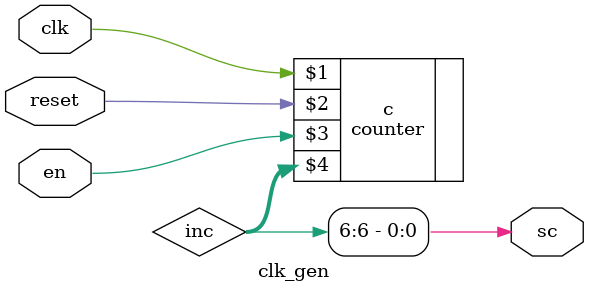
<source format=sv>

/*
  Robert "Skipper" Gonzalez
  sgonzalez@g.hmc.edu
  11/30/2018
  clk_gen module

  Below is the module which outputs an enabled and synchronous reset
  clock that is slower than an input clock. The output clock speed is
  determined by parameters. Speeds higher than the input clock
  speed are invalid.

  Parameters:
    sc_f:  The desired slower clock frequency.
    clk_f: The input clock (clk) frequency.

  Inputs:
    clk:    clock signal
    reset:  reset signal
    en:     enable signal

  Outputs:
    sc:     slower clock signal
*/

module clk_gen  #(parameter sc_f = 10**6,
                  parameter clk_f = 40 * (10**6) )
                 (input  logic clk,
                  input  logic reset,
                  input  logic en,
                  output logic sc);

  parameter sc_bits = $clog2(clk_f/sc_f); // number of bits to use
  logic [sc_bits:0] inc;                  // variable incremented by counter

  // implement counter
  counter #(sc_bits+1) c(clk, reset, en, inc);

  // assign sc to correct bit of inc
  assign sc = inc[sc_bits];

endmodule

</source>
